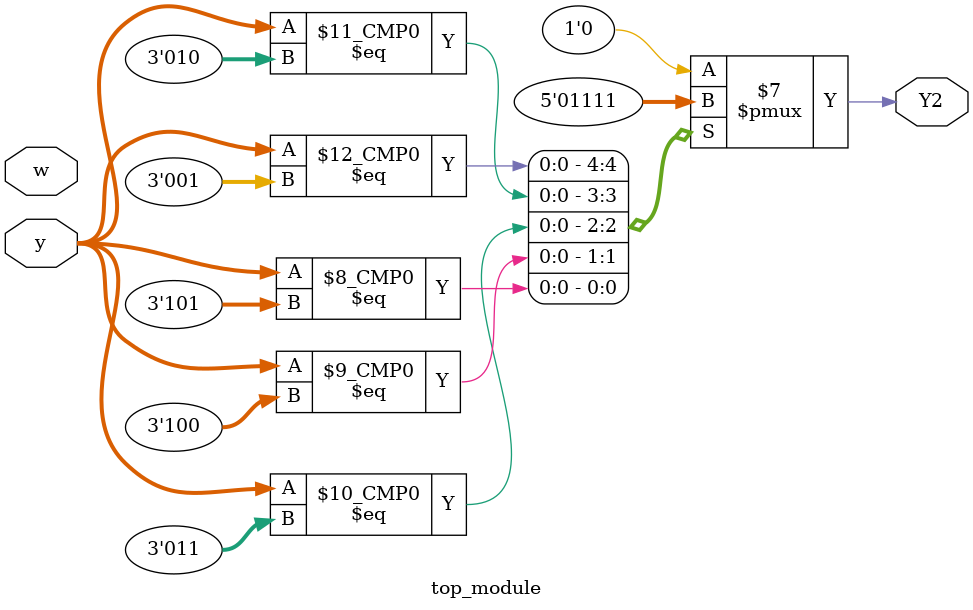
<source format=sv>
module top_module(
    input [3:1] y,
    input w,
    output reg Y2);

    always @(*) begin
        case (y)
            3'b000: Y2 = 1'b0; // State A
            3'b001: Y2 = (w) ? 1'b0 : 1'b0; // State B -> A or C
            3'b010: Y2 = (w) ? 1'b1 : 1'b1; // State C -> D or E
            3'b011: Y2 = (w) ? 1'b1 : 1'b1; // State D -> A or F
            3'b100: Y2 = 1'b1; // State E
            3'b101: Y2 = (w) ? 1'b1 : 1'b1; // State F -> D or C
            default: Y2 = 1'b0; // Default case
        endcase
    end

endmodule

</source>
